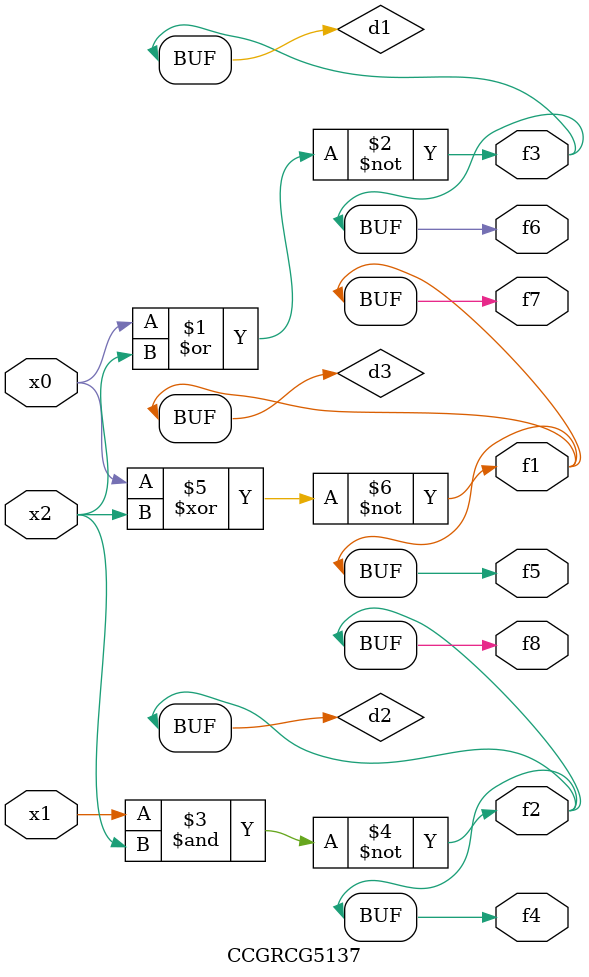
<source format=v>
module CCGRCG5137(
	input x0, x1, x2,
	output f1, f2, f3, f4, f5, f6, f7, f8
);

	wire d1, d2, d3;

	nor (d1, x0, x2);
	nand (d2, x1, x2);
	xnor (d3, x0, x2);
	assign f1 = d3;
	assign f2 = d2;
	assign f3 = d1;
	assign f4 = d2;
	assign f5 = d3;
	assign f6 = d1;
	assign f7 = d3;
	assign f8 = d2;
endmodule

</source>
